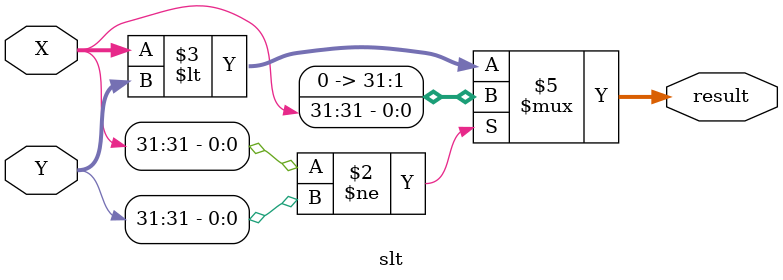
<source format=v>
module slt (X, Y, result);

    parameter n = 32;
    input [n-1:0] X, Y;
    output reg [n-1:0] result;

    reg resultReg;

    always @(*) begin
        // Check MSB to see if different sign
        if (X[n-1] != Y[n-1]) begin
            result <= X[n-1];
        // If same sign, check magnitude
        end else begin
            result <= X < Y;
        end
    end

endmodule

</source>
